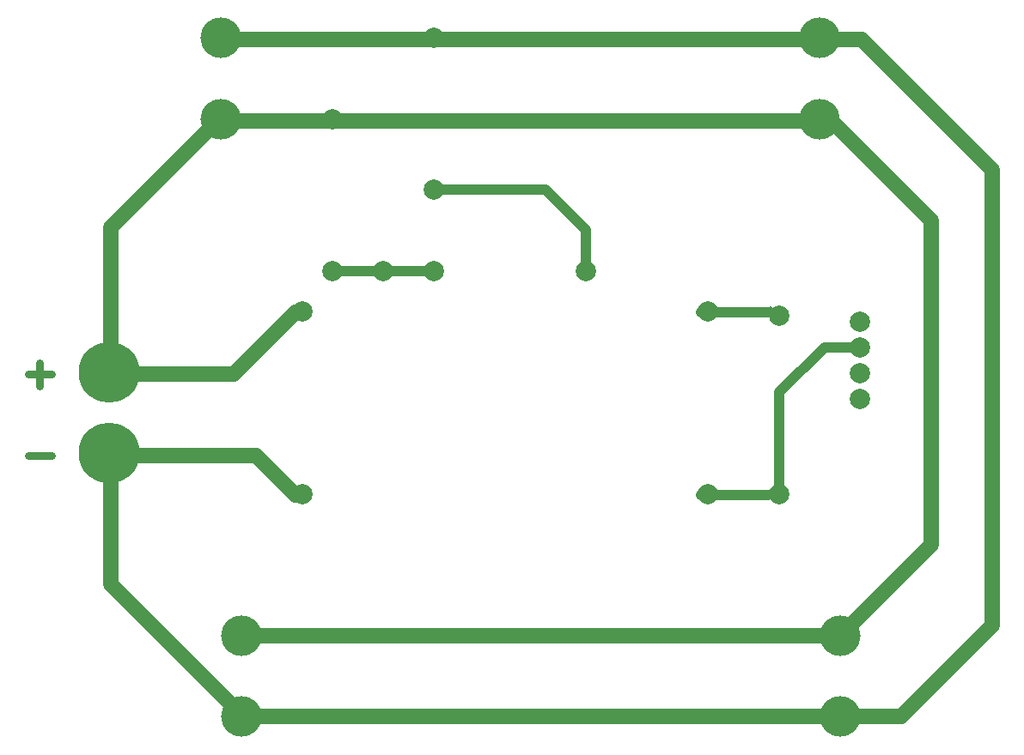
<source format=gbr>
%TF.GenerationSoftware,KiCad,Pcbnew,(7.0.0)*%
%TF.CreationDate,2023-03-03T16:19:41+01:00*%
%TF.ProjectId,Carte,43617274-652e-46b6-9963-61645f706362,rev?*%
%TF.SameCoordinates,Original*%
%TF.FileFunction,Copper,L1,Top*%
%TF.FilePolarity,Positive*%
%FSLAX46Y46*%
G04 Gerber Fmt 4.6, Leading zero omitted, Abs format (unit mm)*
G04 Created by KiCad (PCBNEW (7.0.0)) date 2023-03-03 16:19:41*
%MOMM*%
%LPD*%
G01*
G04 APERTURE LIST*
%ADD10C,0.750000*%
%TA.AperFunction,NonConductor*%
%ADD11C,0.750000*%
%TD*%
%TA.AperFunction,ComponentPad*%
%ADD12C,4.000000*%
%TD*%
%TA.AperFunction,ComponentPad*%
%ADD13C,2.000000*%
%TD*%
%TA.AperFunction,ComponentPad*%
%ADD14C,6.000000*%
%TD*%
%TA.AperFunction,Conductor*%
%ADD15C,1.500000*%
%TD*%
%TA.AperFunction,Conductor*%
%ADD16C,1.000000*%
%TD*%
%TA.AperFunction,Conductor*%
%ADD17C,0.250000*%
%TD*%
G04 APERTURE END LIST*
D10*
D11*
X57285714Y-76204285D02*
X55000000Y-76204285D01*
D10*
D11*
X57285714Y-68204285D02*
X55000000Y-68204285D01*
X56142857Y-69347142D02*
X56142857Y-67061428D01*
D12*
%TO.P,J2,1,Pin_1*%
%TO.N,Net-(J1-Pin_1)*%
X76000000Y-94000000D03*
%TO.P,J2,2,Pin_2*%
%TO.N,Net-(J1-Pin_2)*%
X76000000Y-102000000D03*
%TD*%
%TO.P,J3,1,Pin_1*%
%TO.N,Net-(J1-Pin_1)*%
X135000000Y-94000000D03*
%TO.P,J3,2,Pin_2*%
%TO.N,Net-(J1-Pin_2)*%
X135000000Y-102000000D03*
%TD*%
%TO.P,J4,1,Pin_1*%
%TO.N,Net-(J1-Pin_1)*%
X74000000Y-43000000D03*
%TO.P,J4,2,Pin_2*%
%TO.N,Net-(J1-Pin_2)*%
X74000000Y-35000000D03*
%TD*%
%TO.P,J5,1,Pin_1*%
%TO.N,Net-(J1-Pin_1)*%
X133000000Y-43000000D03*
%TO.P,J5,2,Pin_2*%
%TO.N,Net-(J1-Pin_2)*%
X133000000Y-35000000D03*
%TD*%
D13*
%TO.P,U2,1,Vin*%
%TO.N,unconnected-(U2-Vin-Pad1)*%
X137000000Y-63000000D03*
%TO.P,U2,2,GND*%
%TO.N,Net-(J8-Pin_1)*%
X137000000Y-65540000D03*
%TO.P,U2,3,SCL*%
%TO.N,unconnected-(U2-SCL-Pad3)*%
X137000000Y-68080000D03*
%TO.P,U2,4,SDA*%
%TO.N,unconnected-(U2-SDA-Pad4)*%
X137000000Y-70620000D03*
%TD*%
%TO.P,J8,1,Pin_1*%
%TO.N,Net-(J8-Pin_1)*%
X129000000Y-80000000D03*
%TD*%
%TO.P,J7,1,Pin_1*%
%TO.N,Net-(J7-Pin_1)*%
X129000000Y-62440000D03*
%TD*%
%TO.P,U1,1,Vin+*%
%TO.N,Net-(J1-Pin_1)*%
X82000000Y-62000000D03*
%TO.P,U1,2,Vin-*%
%TO.N,Net-(J1-Pin_2)*%
X122000000Y-62000000D03*
%TO.P,U1,3,Vout+*%
%TO.N,Net-(J7-Pin_1)*%
X122000000Y-80000000D03*
%TO.P,U1,4,Vout-*%
%TO.N,Net-(J8-Pin_1)*%
X82000000Y-80000000D03*
%TD*%
%TO.P,R3,1*%
%TO.N,Net-(R2-Pad2)*%
X95000000Y-35000000D03*
%TO.P,R3,2*%
%TO.N,Net-(J1-Pin_2)*%
X95000000Y-50000000D03*
%TD*%
%TO.P,R2,1*%
%TO.N,Net-(J6-Pin_1)*%
X95000000Y-58000000D03*
%TO.P,R2,2*%
%TO.N,Net-(R2-Pad2)*%
X110000000Y-58000000D03*
%TD*%
%TO.P,J6,1,Pin_1*%
%TO.N,Net-(J6-Pin_1)*%
X90000000Y-58000000D03*
%TD*%
%TO.P,R1,1*%
%TO.N,Net-(J1-Pin_1)*%
X85000000Y-58000000D03*
%TO.P,R1,2*%
%TO.N,Net-(J6-Pin_1)*%
X85000000Y-43000000D03*
%TD*%
D14*
%TO.P,J1,1,Pin_1*%
%TO.N,Net-(J1-Pin_1)*%
X63000000Y-68000000D03*
%TO.P,J1,2,Pin_2*%
%TO.N,Net-(J1-Pin_2)*%
X63000000Y-76000000D03*
%TD*%
D15*
%TO.N,Net-(J1-Pin_2)*%
X127000000Y-35180000D02*
X137180000Y-35180000D01*
X141020000Y-101980000D02*
X127000000Y-101980000D01*
X150000000Y-93000000D02*
X141020000Y-101980000D01*
X150000000Y-48000000D02*
X150000000Y-93000000D01*
X137180000Y-35180000D02*
X150000000Y-48000000D01*
X127000000Y-35180000D02*
X73660000Y-35180000D01*
D16*
%TO.N,Net-(R2-Pad2)*%
X106000000Y-50000000D02*
X95000000Y-50000000D01*
X110000000Y-54000000D02*
X106000000Y-50000000D01*
X110000000Y-58000000D02*
X110000000Y-54000000D01*
%TO.N,Net-(J6-Pin_1)*%
X89000000Y-58000000D02*
X95000000Y-58000000D01*
X85000000Y-58000000D02*
X89000000Y-58000000D01*
D15*
%TO.N,Net-(J1-Pin_1)*%
X144000000Y-85000000D02*
X135020000Y-93980000D01*
X144000000Y-53000000D02*
X144000000Y-85000000D01*
X135020000Y-93980000D02*
X127000000Y-93980000D01*
X134180000Y-43180000D02*
X144000000Y-53000000D01*
X127000000Y-43180000D02*
X134180000Y-43180000D01*
D16*
%TO.N,Net-(J8-Pin_1)*%
X129000000Y-70000000D02*
X129000000Y-79000000D01*
X137000000Y-65540000D02*
X133460000Y-65540000D01*
X133460000Y-65540000D02*
X129000000Y-70000000D01*
%TO.N,Net-(J7-Pin_1)*%
X121350000Y-80120000D02*
X127880000Y-80120000D01*
%TO.N,Net-(J1-Pin_2)*%
X121350000Y-62120000D02*
X128120000Y-62120000D01*
D17*
%TO.N,Net-(J7-Pin_1)*%
X128120000Y-61560000D02*
X129000000Y-62440000D01*
D15*
%TO.N,Net-(J1-Pin_2)*%
X77430000Y-76200000D02*
X81350000Y-80120000D01*
%TO.N,Net-(J1-Pin_1)*%
X75270000Y-68200000D02*
X81350000Y-62120000D01*
%TO.N,Net-(J1-Pin_2)*%
X63120000Y-76200000D02*
X77430000Y-76200000D01*
%TO.N,Net-(J1-Pin_1)*%
X63120000Y-68200000D02*
X75270000Y-68200000D01*
%TO.N,Net-(J1-Pin_2)*%
X76200000Y-101980000D02*
X127000000Y-101980000D01*
X63120000Y-88900000D02*
X76200000Y-101980000D01*
X63120000Y-76200000D02*
X63120000Y-88900000D01*
%TO.N,Net-(J1-Pin_1)*%
X127000000Y-93980000D02*
X76200000Y-93980000D01*
X73660000Y-43180000D02*
X127000000Y-43180000D01*
X63120000Y-53720000D02*
X73660000Y-43180000D01*
X63120000Y-68200000D02*
X63120000Y-53720000D01*
D17*
X63120000Y-65660000D02*
X63500000Y-66040000D01*
%TD*%
M02*

</source>
